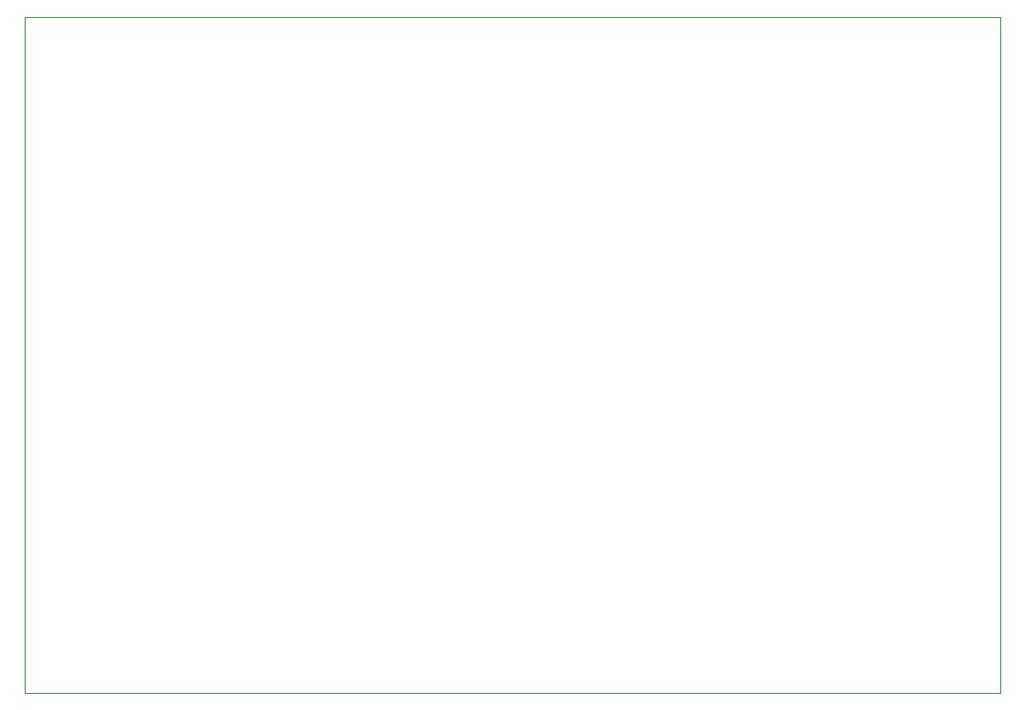
<source format=gm1>
G04 #@! TF.GenerationSoftware,KiCad,Pcbnew,5.1.5+dfsg1-2build2*
G04 #@! TF.CreationDate,2020-07-01T20:14:48+02:00*
G04 #@! TF.ProjectId,spinnaker,7370696e-6e61-46b6-9572-2e6b69636164,rev?*
G04 #@! TF.SameCoordinates,Original*
G04 #@! TF.FileFunction,Profile,NP*
%FSLAX46Y46*%
G04 Gerber Fmt 4.6, Leading zero omitted, Abs format (unit mm)*
G04 Created by KiCad (PCBNEW 5.1.5+dfsg1-2build2) date 2020-07-01 20:14:48*
%MOMM*%
%LPD*%
G04 APERTURE LIST*
%ADD10C,0.050000*%
G04 APERTURE END LIST*
D10*
X189230000Y-117475000D02*
X102235000Y-117475000D01*
X102235000Y-57150000D02*
X189230000Y-57150000D01*
X189230000Y-117475000D02*
X189230000Y-57150000D01*
X102235000Y-57150000D02*
X102235000Y-117475000D01*
M02*

</source>
